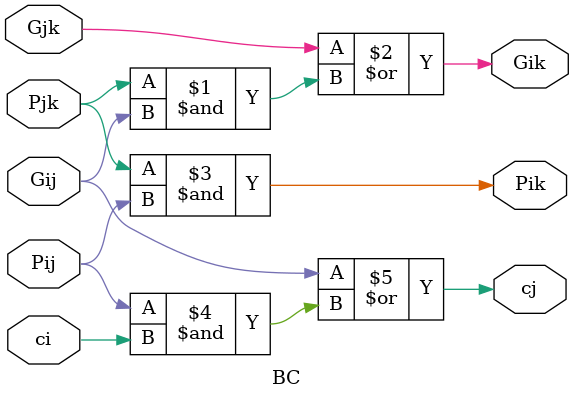
<source format=v>
module BC(
    input Gjk, Pjk, Gij, Pij,
    input ci,
    output cj,
    output Gik, Pik
);
    assign Gik = Gjk | ( Pjk & Gij );
    assign Pik = Pjk & Pij;

    assign cj = Gij | ( Pij & ci );
endmodule
</source>
